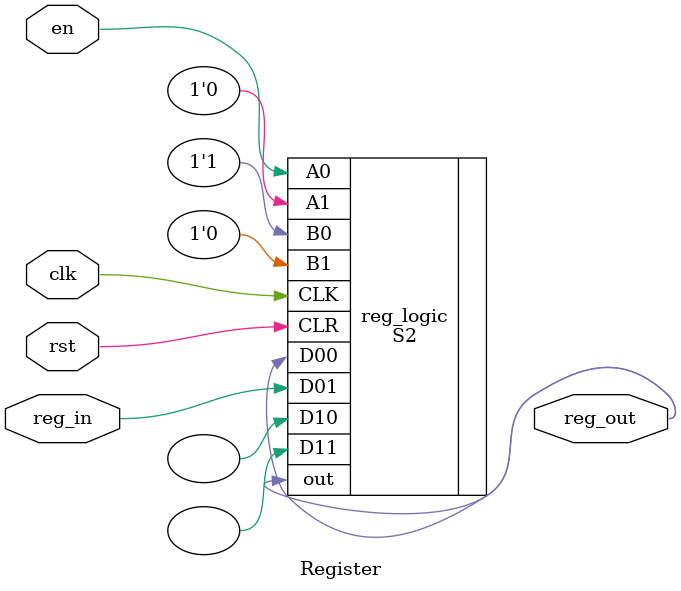
<source format=v>
module AND(input a1, a2, output out);
    	C1 and_2_logic (.A0(1'b0),.A1(a1),.SA(a2),.B0(),.B1(),.SB(),.S0(1'b0),.S1(1'b0),.F(out));
endmodule

module OR (input a1, a2, output out);
		C1 or_2_logic (.A0(a1), .A1(1'b1), .SA(a2), .B0(), .B1(), .SB(), .S0(1'b0), .S1(1'b0), .F(out));
endmodule

module NOT(input a, output out);
		C1 not_logic (.A0(1'b1), .A1(1'b0), .SA(a), .B0(), .B1(), .SB(), .S0(1'b0), .S1(1'b0), .F(out));
endmodule

module XOR(input a1, a2, output out);
    	C2 #(1) xor_2_logic(.D00(1'b0), .D01(1'b0), .D10(1'b1), .D11(1'b0), .A1(a1), .B1(a2), .A0(a1), .B0(a2), .out(out));
endmodule

module AND_3_input (input a1, a2, a3, output out);
    	C2 #(1) and_3_logic(.D00(1'b0), .D01(1'b0), .D10(1'b0), .D11(1'b1), .A1(1'b0), .B1(a1), .A0(a2), .B0(a3), .out(out));
endmodule

module AND_4_input (input a1, a2, a3, a4, output out);
    	C2 #(1) and_4_logic(.D00(1'b0), .D01(1'b0), .D10(1'b0), .D11(1'b1), .A1(a1), .B1(a2), .A0(a3), .B0(a4), .out(out));
endmodule

module OR_3_input (input a1, a2, a3, output out);
    	C2 #(1) or_3_logic (.D00(1'b0), .D01(1'b1), .D10(1'b1), .D11(1'b1), .A1(a1), .B1(a2), .A0(a3), .B0(1'b1), .out(out));
endmodule

module AND_5_input (input a1, a2, a3, a4, a5, output out);
    	wire temp;
    	AND_3_input and1(a1, a2, a3, temp);
    	AND_3_input and2(temp, a4, a5, out);
endmodule

module OR_5_input (input a1, a2, a3, a4, a5, output out);
    	wire temp;
    	OR_3_input or1(a1, a2, a3, temp);
    	OR_3_input or2(temp, a4, a5, out);
endmodule

module MUX_4_input #(parameter N = 1) (input [N-1:0] a1, a2, a3, a4, input [1:0] sel, output [N-1:0] mux_out);
    	C2 #(N) mux_4_logic (.D00(a1), .D01(a2), .D10(a3), .D11(a4), .A1(sel[1]), .A0(sel[0]), .B0(1'b1), .B1(1'b0), .out(mux_out));
endmodule

module MUX_2_input #(parameter N = 1) (input [N-1:0] a1, a2, input sel, output [N-1:0] mux_out);
    	C2 #(N) mux_2_logic (.D00(a1), .D01(a2), .D10(), .D11(), .A1(1'b0), .B1(1'b0), .A0(sel), .B0(1'b1), .out(mux_out));
endmodule

module Register #(parameter N = 1) (input clk, rst, en, input [N-1:0] reg_in, output wire [N-1:0] reg_out);
		S2 #(N) reg_logic (.D01(reg_in), .D10(), .D11(), .D00(reg_out), .A1(1'b0), .B1(1'b0), .A0(en), .B0(1'b1), .CLR(rst), .CLK(clk), .out(reg_out));
endmodule

</source>
